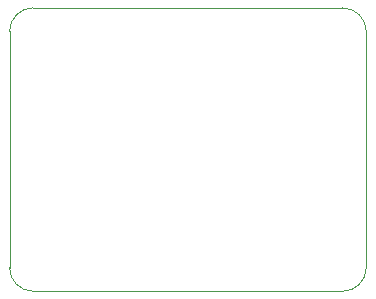
<source format=gko>
G04*
G04 #@! TF.GenerationSoftware,Altium Limited,Altium Designer,21.6.4 (81)*
G04*
G04 Layer_Color=16711935*
%FSLAX44Y44*%
%MOMM*%
G71*
G04*
G04 #@! TF.SameCoordinates,1A298312-32F8-40E2-ABFB-EEC58CCF35F7*
G04*
G04*
G04 #@! TF.FilePolarity,Positive*
G04*
G01*
G75*
%ADD78C,0.1000*%
D78*
X173000Y20000D02*
G03*
X193000Y-0I20000J0D01*
G01*
X193000Y240000D02*
G03*
X173000Y220000I0J-20000D01*
G01*
X475000D02*
G03*
X455000Y240000I-20000J0D01*
G01*
Y-0D02*
G03*
X475000Y20000I0J20000D01*
G01*
X193000Y0D02*
X455000Y-0D01*
X173000Y20000D02*
Y220000D01*
X193000Y240000D02*
X455000Y240000D01*
X475000Y20000D02*
Y220000D01*
M02*

</source>
